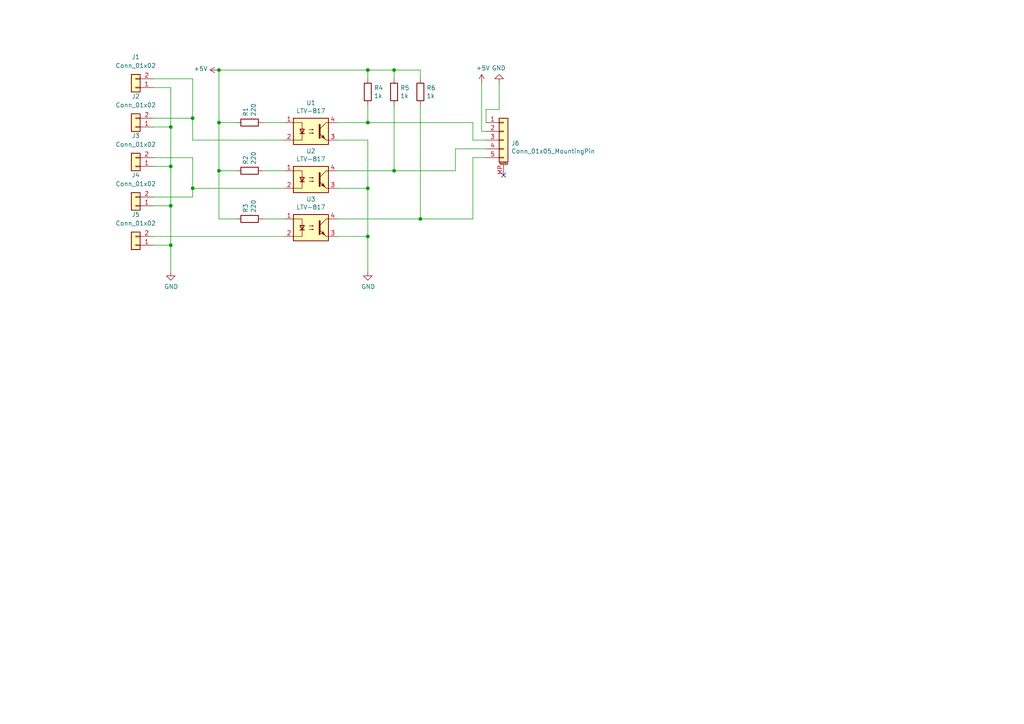
<source format=kicad_sch>
(kicad_sch (version 20211123) (generator eeschema)
  (paper "A4")
  (lib_symbols
    (symbol "Connector_Generic:Conn_01x02" (pin_names (offset 1.016) hide)
      (property "Reference" "J" (at 0 2.54 0))
      (property "Value" "Conn_01x02" (at 0 -5.08 0))
      (symbol "Conn_01x02_1_1"
        (rectangle (start -1.27 -2.413) (end 0 -2.667) (stroke (width 0.1524)))
        (rectangle (start -1.27 0.127) (end 0 -0.127) (stroke (width 0.1524)))
        (rectangle (start -1.27 1.27) (end 1.27 -3.81) (stroke (width 0.254)) (fill (type background)))
        (pin passive line (at -5.08 0 0) (length 3.81) (name "Pin_1") (number "1"))
        (pin passive line (at -5.08 -2.54 0) (length 3.81) (name "Pin_2") (number "2"))
      )
    )
    (symbol "Connector_Generic_MountingPin:Conn_01x05_MountingPin" (pin_names (offset 1.016) hide)
      (property "Reference" "J" (at 0 7.62 0))
      (property "Value" "Connector_Generic_MountingPin_Conn_01x05_MountingPin" (at 1.27 -7.62 0))
      (symbol "Conn_01x05_MountingPin_1_1"
        (rectangle (start -1.27 -4.953) (end 0 -5.207) (stroke (width 0.1524)))
        (rectangle (start -1.27 -2.413) (end 0 -2.667) (stroke (width 0.1524)))
        (rectangle (start -1.27 0.127) (end 0 -0.127) (stroke (width 0.1524)))
        (rectangle (start -1.27 2.667) (end 0 2.413) (stroke (width 0.1524)))
        (rectangle (start -1.27 5.207) (end 0 4.953) (stroke (width 0.1524)))
        (rectangle (start -1.27 6.35) (end 1.27 -6.35) (stroke (width 0.254)) (fill (type background)))
        (polyline (pts (xy -1.016 -7.112) (xy 1.016 -7.112)) (stroke (width 0.1524)))
        (text "Mounting" (at 0 -6.731 0) (effects (font (size 0.381 0.381))))
        (pin passive line (at -5.08 5.08 0) (length 3.81) (name "Pin_1") (number "1"))
        (pin passive line (at -5.08 2.54 0) (length 3.81) (name "Pin_2") (number "2"))
        (pin passive line (at -5.08 0 0) (length 3.81) (name "Pin_3") (number "3"))
        (pin passive line (at -5.08 -2.54 0) (length 3.81) (name "Pin_4") (number "4"))
        (pin passive line (at -5.08 -5.08 0) (length 3.81) (name "Pin_5") (number "5"))
        (pin passive line (at 0 -10.16 90) (length 3.048) (name "MountPin") (number "MP"))
      )
    )
    (symbol "Device:R" (pin_numbers hide) (pin_names (offset 0))
      (property "Reference" "R" (at 2.032 0 90))
      (property "Value" "Device_R" (at 0 0 90))
      (symbol "R_0_1"
        (rectangle (start -1.016 -2.54) (end 1.016 2.54) (stroke (width 0.254)))
      )
      (symbol "R_1_1"
        (pin passive line (at 0 3.81 270) (length 1.27) (name "~") (number "1"))
        (pin passive line (at 0 -3.81 90) (length 1.27) (name "~") (number "2"))
      )
    )
    (symbol "Isolator:LTV-817" (pin_names (offset 1.016))
      (property "Reference" "U" (at -5.08 5.08 0))
      (property "Value" "Isolator_LTV-817" (at 0 5.08 0))
      (symbol "LTV-817_0_1"
        (rectangle (start -5.08 3.81) (end 5.08 -3.81) (stroke (width 0.254)) (fill (type background)))
        (polyline (pts (xy -3.175 -0.635) (xy -1.905 -0.635)) (stroke (width 0.254)))
        (polyline (pts (xy 2.54 0.635) (xy 4.445 2.54)))
        (polyline (pts (xy 4.445 -2.54) (xy 2.54 -0.635)) (fill (type outline)))
        (polyline (pts (xy 4.445 -2.54) (xy 5.08 -2.54)))
        (polyline (pts (xy 4.445 2.54) (xy 5.08 2.54)))
        (polyline (pts (xy -5.08 2.54) (xy -2.54 2.54) (xy -2.54 -0.762)))
        (polyline (pts (xy -2.54 -0.635) (xy -2.54 -2.54) (xy -5.08 -2.54)))
        (polyline (pts (xy 2.54 1.905) (xy 2.54 -1.905) (xy 2.54 -1.905)) (stroke (width 0.508)))
        (polyline (pts (xy -2.54 -0.635) (xy -3.175 0.635) (xy -1.905 0.635) (xy -2.54 -0.635)) (stroke (width 0.254)))
        (polyline (pts (xy -0.508 -0.508) (xy 0.762 -0.508) (xy 0.381 -0.635) (xy 0.381 -0.381) (xy 0.762 -0.508)))
        (polyline (pts (xy -0.508 0.508) (xy 0.762 0.508) (xy 0.381 0.381) (xy 0.381 0.635) (xy 0.762 0.508)))
        (polyline (pts (xy 3.048 -1.651) (xy 3.556 -1.143) (xy 4.064 -2.159) (xy 3.048 -1.651) (xy 3.048 -1.651)) (fill (type outline)))
      )
      (symbol "LTV-817_1_1"
        (pin passive line (at -7.62 2.54 0) (length 2.54) (name "~") (number "1"))
        (pin passive line (at -7.62 -2.54 0) (length 2.54) (name "~") (number "2"))
        (pin passive line (at 7.62 -2.54 180) (length 2.54) (name "~") (number "3"))
        (pin passive line (at 7.62 2.54 180) (length 2.54) (name "~") (number "4"))
      )
    )
    (symbol "power:+5V" (power) (pin_names (offset 0))
      (property "Value" "power_+5V" (at 0 3.556 0))
      (symbol "+5V_0_1"
        (polyline (pts (xy -0.762 1.27) (xy 0 2.54)))
        (polyline (pts (xy 0 0) (xy 0 2.54)))
        (polyline (pts (xy 0 2.54) (xy 0.762 1.27)))
      )
      (symbol "+5V_1_1"
        (pin power_in line (at 0 0 90) (length 0) hide (name "+5V") (number "1"))
      )
    )
    (symbol "power:GND" (power) (pin_names (offset 0))
      (property "Value" "power_GND" (at 0 -3.81 0))
      (symbol "GND_0_1"
        (polyline (pts (xy 0 0) (xy 0 -1.27) (xy 1.27 -1.27) (xy 0 -2.54) (xy -1.27 -1.27) (xy 0 -1.27)))
      )
      (symbol "GND_1_1"
        (pin power_in line (at 0 0 270) (length 0) hide (name "GND") (number "1"))
      )
    )
  )
  (junction (at 49.53 36.83))
  (junction (at 114.3 20.32))
  (junction (at 49.53 59.69))
  (junction (at 63.5 20.32))
  (junction (at 106.68 54.61))
  (junction (at 106.68 68.58))
  (junction (at 63.5 35.56))
  (junction (at 55.88 54.61))
  (junction (at 106.68 35.56))
  (junction (at 49.53 48.26))
  (junction (at 49.53 71.12))
  (junction (at 106.68 20.32))
  (junction (at 55.88 34.29))
  (junction (at 63.5 49.53))
  (junction (at 114.3 49.53))
  (junction (at 121.92 63.5))
  (no_connect (at 146.05 50.8))
  (wire (pts (xy 49.53 71.12) (xy 49.53 78.74)))
  (wire (pts (xy 144.78 31.75) (xy 144.78 24.13)))
  (wire (pts (xy 63.5 63.5) (xy 68.58 63.5)))
  (wire (pts (xy 106.68 68.58) (xy 106.68 78.74)))
  (wire (pts (xy 44.45 36.83) (xy 49.53 36.83)))
  (wire (pts (xy 106.68 22.86) (xy 106.68 20.32)))
  (wire (pts (xy 139.7 38.1) (xy 139.7 24.13)))
  (wire (pts (xy 140.97 45.72) (xy 137.16 45.72)))
  (wire (pts (xy 97.79 35.56) (xy 106.68 35.56)))
  (wire (pts (xy 44.45 45.72) (xy 55.88 45.72)))
  (wire (pts (xy 106.68 20.32) (xy 114.3 20.32)))
  (wire (pts (xy 140.97 35.56) (xy 140.97 31.75)))
  (wire (pts (xy 76.2 63.5) (xy 82.55 63.5)))
  (wire (pts (xy 68.58 35.56) (xy 63.5 35.56)))
  (wire (pts (xy 114.3 49.53) (xy 132.08 49.53)))
  (wire (pts (xy 49.53 48.26) (xy 49.53 59.69)))
  (wire (pts (xy 137.16 35.56) (xy 137.16 40.64)))
  (wire (pts (xy 44.45 25.4) (xy 49.53 25.4)))
  (wire (pts (xy 76.2 35.56) (xy 82.55 35.56)))
  (wire (pts (xy 106.68 30.48) (xy 106.68 35.56)))
  (wire (pts (xy 44.45 48.26) (xy 49.53 48.26)))
  (wire (pts (xy 114.3 49.53) (xy 97.79 49.53)))
  (wire (pts (xy 68.58 49.53) (xy 63.5 49.53)))
  (wire (pts (xy 55.88 57.15) (xy 55.88 54.61)))
  (wire (pts (xy 55.88 45.72) (xy 55.88 54.61)))
  (wire (pts (xy 97.79 54.61) (xy 106.68 54.61)))
  (wire (pts (xy 132.08 49.53) (xy 132.08 43.18)))
  (wire (pts (xy 106.68 54.61) (xy 106.68 68.58)))
  (wire (pts (xy 121.92 63.5) (xy 137.16 63.5)))
  (wire (pts (xy 44.45 57.15) (xy 55.88 57.15)))
  (wire (pts (xy 63.5 20.32) (xy 63.5 35.56)))
  (wire (pts (xy 114.3 22.86) (xy 114.3 20.32)))
  (wire (pts (xy 132.08 43.18) (xy 140.97 43.18)))
  (wire (pts (xy 55.88 54.61) (xy 82.55 54.61)))
  (wire (pts (xy 121.92 20.32) (xy 121.92 22.86)))
  (wire (pts (xy 49.53 36.83) (xy 49.53 48.26)))
  (wire (pts (xy 49.53 25.4) (xy 49.53 36.83)))
  (wire (pts (xy 106.68 35.56) (xy 137.16 35.56)))
  (wire (pts (xy 44.45 22.86) (xy 55.88 22.86)))
  (wire (pts (xy 140.97 38.1) (xy 139.7 38.1)))
  (wire (pts (xy 121.92 30.48) (xy 121.92 63.5)))
  (wire (pts (xy 121.92 63.5) (xy 97.79 63.5)))
  (wire (pts (xy 44.45 59.69) (xy 49.53 59.69)))
  (wire (pts (xy 137.16 40.64) (xy 140.97 40.64)))
  (wire (pts (xy 114.3 30.48) (xy 114.3 49.53)))
  (wire (pts (xy 97.79 68.58) (xy 106.68 68.58)))
  (wire (pts (xy 49.53 59.69) (xy 49.53 71.12)))
  (wire (pts (xy 63.5 49.53) (xy 63.5 63.5)))
  (wire (pts (xy 97.79 40.64) (xy 106.68 40.64)))
  (wire (pts (xy 44.45 34.29) (xy 55.88 34.29)))
  (wire (pts (xy 114.3 20.32) (xy 121.92 20.32)))
  (wire (pts (xy 44.45 68.58) (xy 82.55 68.58)))
  (wire (pts (xy 140.97 31.75) (xy 144.78 31.75)))
  (wire (pts (xy 55.88 22.86) (xy 55.88 34.29)))
  (wire (pts (xy 63.5 35.56) (xy 63.5 49.53)))
  (wire (pts (xy 137.16 45.72) (xy 137.16 63.5)))
  (wire (pts (xy 55.88 40.64) (xy 82.55 40.64)))
  (wire (pts (xy 63.5 20.32) (xy 106.68 20.32)))
  (wire (pts (xy 76.2 49.53) (xy 82.55 49.53)))
  (wire (pts (xy 106.68 40.64) (xy 106.68 54.61)))
  (wire (pts (xy 44.45 71.12) (xy 49.53 71.12)))
  (wire (pts (xy 55.88 34.29) (xy 55.88 40.64)))
  (symbol (lib_id "Connector_Generic_MountingPin:Conn_01x05_MountingPin") (at 146.05 40.64 0) (unit 1)
    (property "Reference" "J6" (at 148.2852 41.5544 0) (effects (justify left)))
    (property "Value" "Conn_01x05_MountingPin" (at 148.2852 43.8658 0) (effects (justify left)))
    (property "Footprint" "Connector_PinHeader_2.54mm:PinHeader_1x05_P2.54mm_Vertical" (effects hide))
  )
  (symbol (lib_id "Isolator:LTV-817") (at 90.17 38.1 0) (unit 1)
    (property "Reference" "U1" (at 90.17 29.845 0))
    (property "Value" "LTV-817" (at 90.17 32.1564 0))
    (property "Footprint" "Package_DIP:DIP-4_W7.62mm" (effects hide))
    (property "Datasheet" "http://www.us.liteon.com/downloads/LTV-817-827-847.PDF" (effects hide))
  )
  (symbol (lib_id "Isolator:LTV-817") (at 90.17 52.07 0) (unit 1)
    (property "Reference" "U2" (at 90.17 43.815 0))
    (property "Value" "LTV-817" (at 90.17 46.1264 0))
    (property "Footprint" "Package_DIP:DIP-4_W7.62mm" (effects hide))
    (property "Datasheet" "http://www.us.liteon.com/downloads/LTV-817-827-847.PDF" (effects hide))
  )
  (symbol (lib_id "Isolator:LTV-817") (at 90.17 66.04 0) (unit 1)
    (property "Reference" "U3" (at 90.17 57.785 0))
    (property "Value" "LTV-817" (at 90.17 60.0964 0))
    (property "Footprint" "Package_DIP:DIP-4_W7.62mm" (effects hide))
    (property "Datasheet" "http://www.us.liteon.com/downloads/LTV-817-827-847.PDF" (effects hide))
  )
  (symbol (lib_id "Device:R") (at 72.39 63.5 90) (unit 1)
    (property "Reference" "R3" (at 71.2216 61.722 0) (effects (justify left)))
    (property "Value" "220" (at 73.533 61.722 0) (effects (justify left)))
    (property "Footprint" "Resistor_THT:R_Axial_DIN0207_L6.3mm_D2.5mm_P7.62mm_Horizontal" (effects hide))
  )
  (symbol (lib_id "Device:R") (at 72.39 49.53 90) (unit 1)
    (property "Reference" "R2" (at 71.2216 47.752 0) (effects (justify left)))
    (property "Value" "220" (at 73.533 47.752 0) (effects (justify left)))
    (property "Footprint" "Resistor_THT:R_Axial_DIN0207_L6.3mm_D2.5mm_P7.62mm_Horizontal" (effects hide))
  )
  (symbol (lib_id "Device:R") (at 72.39 35.56 90) (unit 1)
    (property "Reference" "R1" (at 71.2216 33.782 0) (effects (justify left)))
    (property "Value" "220" (at 73.533 33.782 0) (effects (justify left)))
    (property "Footprint" "Resistor_THT:R_Axial_DIN0207_L6.3mm_D2.5mm_P7.62mm_Horizontal" (effects hide))
  )
  (symbol (lib_id "Device:R") (at 106.68 26.67 0) (unit 1)
    (property "Reference" "R4" (at 108.458 25.5016 0) (effects (justify left)))
    (property "Value" "1k" (at 108.458 27.813 0) (effects (justify left)))
    (property "Footprint" "Resistor_THT:R_Axial_DIN0207_L6.3mm_D2.5mm_P7.62mm_Horizontal" (effects hide))
  )
  (symbol (lib_id "Device:R") (at 114.3 26.67 0) (unit 1)
    (property "Reference" "R5" (at 116.078 25.5016 0) (effects (justify left)))
    (property "Value" "1k" (at 116.078 27.813 0) (effects (justify left)))
    (property "Footprint" "Resistor_THT:R_Axial_DIN0207_L6.3mm_D2.5mm_P7.62mm_Horizontal" (effects hide))
  )
  (symbol (lib_id "Device:R") (at 121.92 26.67 0) (unit 1)
    (property "Reference" "R6" (at 123.698 25.5016 0) (effects (justify left)))
    (property "Value" "1k" (at 123.698 27.813 0) (effects (justify left)))
    (property "Footprint" "Resistor_THT:R_Axial_DIN0207_L6.3mm_D2.5mm_P7.62mm_Horizontal" (effects hide))
  )
  (symbol (lib_id "power:+5V") (at 63.5 20.32 90) (unit 1)
    (property "Reference" "#PWR02" (effects hide))
    (property "Value" "+5V" (at 60.2488 19.939 90) (effects (justify left)))
  )
  (symbol (lib_id "power:GND") (at 106.68 78.74 0) (unit 1)
    (property "Reference" "#PWR03" (effects hide))
    (property "Value" "GND" (at 106.807 83.1342 0))
  )
  (symbol (lib_id "power:GND") (at 144.78 24.13 180) (unit 1)
    (property "Reference" "#PWR05" (effects hide))
    (property "Value" "GND" (at 144.653 19.7358 0))
  )
  (symbol (lib_id "power:+5V") (at 139.7 24.13 0) (unit 1)
    (property "Reference" "#PWR04" (effects hide))
    (property "Value" "+5V" (at 140.081 19.7358 0))
  )
  (symbol (lib_id "power:GND") (at 49.53 78.74 0) (unit 1)
    (property "Reference" "#PWR0101" (effects hide))
    (property "Value" "GND" (at 49.657 83.1342 0))
  )
  (symbol (lib_id "Connector_Generic:Conn_01x02") (at 39.37 48.26 180) (unit 1)
    (property "Reference" "J3" (at 39.37 39.37 0))
    (property "Value" "Conn_01x02" (at 39.37 41.91 0))
    (property "Footprint" "Connector_JST:JST_XH_B2B-XH-A_1x02_P2.50mm_Vertical" (effects hide))
  )
  (symbol (lib_id "Connector_Generic:Conn_01x02") (at 39.37 25.4 180) (unit 1)
    (property "Reference" "J1" (at 39.37 16.51 0))
    (property "Value" "Conn_01x02" (at 39.37 19.05 0))
    (property "Footprint" "Connector_JST:JST_XH_B2B-XH-A_1x02_P2.50mm_Vertical" (effects hide))
  )
  (symbol (lib_id "Connector_Generic:Conn_01x02") (at 39.37 59.69 180) (unit 1)
    (property "Reference" "J4" (at 39.37 50.8 0))
    (property "Value" "Conn_01x02" (at 39.37 53.34 0))
    (property "Footprint" "Connector_JST:JST_XH_B2B-XH-A_1x02_P2.50mm_Vertical" (effects hide))
  )
  (symbol (lib_id "Connector_Generic:Conn_01x02") (at 39.37 36.83 180) (unit 1)
    (property "Reference" "J2" (at 39.37 27.94 0))
    (property "Value" "Conn_01x02" (at 39.37 30.48 0))
    (property "Footprint" "Connector_JST:JST_XH_B2B-XH-A_1x02_P2.50mm_Vertical" (effects hide))
  )
  (symbol (lib_id "Connector_Generic:Conn_01x02") (at 39.37 71.12 180) (unit 1)
    (property "Reference" "J5" (at 39.37 62.23 0))
    (property "Value" "Conn_01x02" (at 39.37 64.77 0))
    (property "Footprint" "Connector_JST:JST_XH_B2B-XH-A_1x02_P2.50mm_Vertical" (effects hide))
  )
)
</source>
